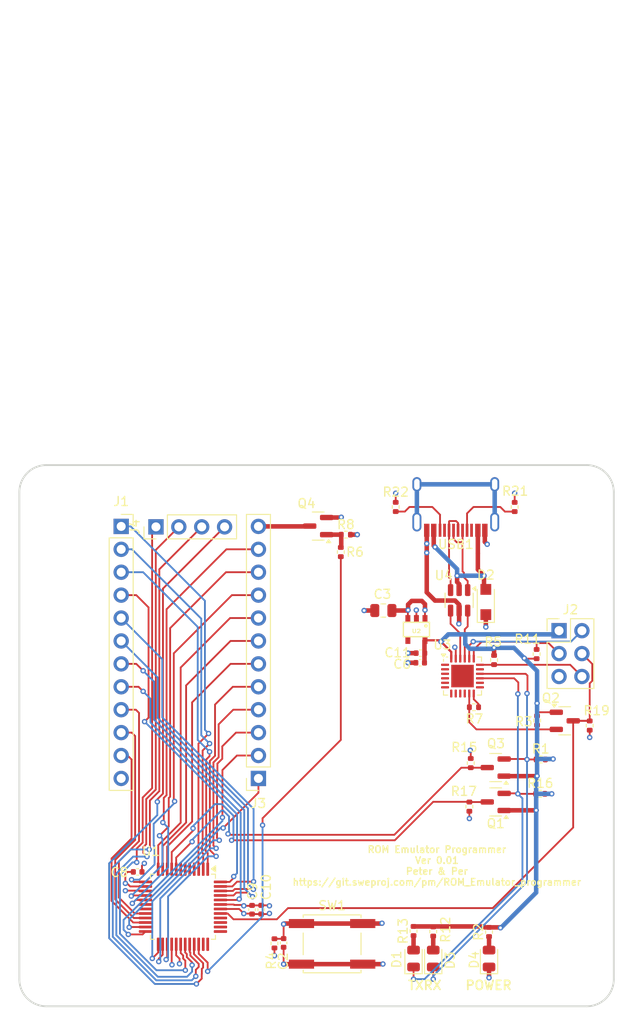
<source format=kicad_pcb>
(kicad_pcb
	(version 20240108)
	(generator "pcbnew")
	(generator_version "8.0")
	(general
		(thickness 1.6)
		(legacy_teardrops no)
	)
	(paper "A4")
	(title_block
		(title "ROM Emulator Programmer")
		(date "2024-10-03")
		(rev "0.01")
		(company "Peter & Per")
	)
	(layers
		(0 "F.Cu" signal)
		(1 "In1.Cu" signal)
		(2 "In2.Cu" signal)
		(31 "B.Cu" signal)
		(32 "B.Adhes" user "B.Adhesive")
		(33 "F.Adhes" user "F.Adhesive")
		(34 "B.Paste" user)
		(35 "F.Paste" user)
		(36 "B.SilkS" user "B.Silkscreen")
		(37 "F.SilkS" user "F.Silkscreen")
		(38 "B.Mask" user)
		(39 "F.Mask" user)
		(40 "Dwgs.User" user "User.Drawings")
		(41 "Cmts.User" user "User.Comments")
		(42 "Eco1.User" user "User.Eco1")
		(43 "Eco2.User" user "User.Eco2")
		(44 "Edge.Cuts" user)
		(45 "Margin" user)
		(46 "B.CrtYd" user "B.Courtyard")
		(47 "F.CrtYd" user "F.Courtyard")
		(48 "B.Fab" user)
		(49 "F.Fab" user)
		(50 "User.1" user)
		(51 "User.2" user)
		(52 "User.3" user)
		(53 "User.4" user)
		(54 "User.5" user)
		(55 "User.6" user)
		(56 "User.7" user)
		(57 "User.8" user)
		(58 "User.9" user)
	)
	(setup
		(stackup
			(layer "F.SilkS"
				(type "Top Silk Screen")
			)
			(layer "F.Paste"
				(type "Top Solder Paste")
			)
			(layer "F.Mask"
				(type "Top Solder Mask")
				(thickness 0.01)
			)
			(layer "F.Cu"
				(type "copper")
				(thickness 0.035)
			)
			(layer "dielectric 1"
				(type "prepreg")
				(thickness 0.1)
				(material "FR4")
				(epsilon_r 4.5)
				(loss_tangent 0.02)
			)
			(layer "In1.Cu"
				(type "copper")
				(thickness 0.035)
			)
			(layer "dielectric 2"
				(type "core")
				(thickness 1.24)
				(material "FR4")
				(epsilon_r 4.5)
				(loss_tangent 0.02)
			)
			(layer "In2.Cu"
				(type "copper")
				(thickness 0.035)
			)
			(layer "dielectric 3"
				(type "prepreg")
				(thickness 0.1)
				(material "FR4")
				(epsilon_r 4.5)
				(loss_tangent 0.02)
			)
			(layer "B.Cu"
				(type "copper")
				(thickness 0.035)
			)
			(layer "B.Mask"
				(type "Bottom Solder Mask")
				(thickness 0.01)
			)
			(layer "B.Paste"
				(type "Bottom Solder Paste")
			)
			(layer "B.SilkS"
				(type "Bottom Silk Screen")
			)
			(copper_finish "None")
			(dielectric_constraints no)
		)
		(pad_to_mask_clearance 0)
		(allow_soldermask_bridges_in_footprints no)
		(pcbplotparams
			(layerselection 0x00010fc_ffffffff)
			(plot_on_all_layers_selection 0x0000000_00000000)
			(disableapertmacros no)
			(usegerberextensions no)
			(usegerberattributes yes)
			(usegerberadvancedattributes yes)
			(creategerberjobfile yes)
			(dashed_line_dash_ratio 12.000000)
			(dashed_line_gap_ratio 3.000000)
			(svgprecision 4)
			(plotframeref no)
			(viasonmask no)
			(mode 1)
			(useauxorigin no)
			(hpglpennumber 1)
			(hpglpenspeed 20)
			(hpglpendiameter 15.000000)
			(pdf_front_fp_property_popups yes)
			(pdf_back_fp_property_popups yes)
			(dxfpolygonmode yes)
			(dxfimperialunits yes)
			(dxfusepcbnewfont yes)
			(psnegative no)
			(psa4output no)
			(plotreference yes)
			(plotvalue yes)
			(plotfptext yes)
			(plotinvisibletext no)
			(sketchpadsonfab no)
			(subtractmaskfromsilk no)
			(outputformat 1)
			(mirror no)
			(drillshape 1)
			(scaleselection 1)
			(outputdirectory "")
		)
	)
	(net 0 "")
	(net 1 "GND")
	(net 2 "/RESETN")
	(net 3 "+5V")
	(net 4 "+3V3")
	(net 5 "/RX0")
	(net 6 "/TX0")
	(net 7 "/TX_D11")
	(net 8 "/RX_D11")
	(net 9 "/UPDI")
	(net 10 "/TX_UPDI")
	(net 11 "/D1")
	(net 12 "/RX_UPDI")
	(net 13 "/A8")
	(net 14 "/A0")
	(net 15 "/D0")
	(net 16 "/A6")
	(net 17 "unconnected-(U1-RST{slash}PF06-Pad40)")
	(net 18 "/D3")
	(net 19 "/A1")
	(net 20 "/A5")
	(net 21 "/A11")
	(net 22 "/A3")
	(net 23 "unconnected-(U1-PC06-Pad18)")
	(net 24 "/A10")
	(net 25 "/A7")
	(net 26 "/A9")
	(net 27 "unconnected-(U1-PC07-Pad19)")
	(net 28 "/D4")
	(net 29 "unconnected-(U1-PF05-Pad39)")
	(net 30 "/D2")
	(net 31 "/A2")
	(net 32 "Net-(J2-Pin_6)")
	(net 33 "Net-(J2-Pin_2)")
	(net 34 "Net-(J2-Pin_3)")
	(net 35 "unconnected-(U3A-PA16-Pad13)")
	(net 36 "/D6")
	(net 37 "unconnected-(U3A-PA04-Pad3)")
	(net 38 "unconnected-(U3A-PA07-Pad6)")
	(net 39 "unconnected-(U3A-PA05-Pad4)")
	(net 40 "unconnected-(U3A-PA10-Pad9)")
	(net 41 "/USB_N")
	(net 42 "unconnected-(U3A-PA17-Pad14)")
	(net 43 "unconnected-(U3A-PA09{slash}XOUT32-Pad8)")
	(net 44 "unconnected-(U3A-PA08{slash}XIN32-Pad7)")
	(net 45 "unconnected-(U3A-PA27-Pad17)")
	(net 46 "unconnected-(U3A-PA06-Pad5)")
	(net 47 "unconnected-(U3A-PA02-Pad1)")
	(net 48 "unconnected-(U3A-PA11-Pad10)")
	(net 49 "unconnected-(U3A-PA03-Pad2)")
	(net 50 "Net-(USB1-CC1)")
	(net 51 "Net-(USB1-CC2)")
	(net 52 "/VUSB")
	(net 53 "Net-(USB1-DP1)")
	(net 54 "Net-(USB1-DN1)")
	(net 55 "unconnected-(USB1-SBU2-Pad3)")
	(net 56 "unconnected-(USB1-SHIELD-Pad13)")
	(net 57 "unconnected-(USB1-SBU1-Pad9)")
	(net 58 "/A12")
	(net 59 "/A13")
	(net 60 "/D5")
	(net 61 "/D7")
	(net 62 "/A-1")
	(net 63 "/~{OE}")
	(net 64 "unconnected-(U1-PF01-Pad35)")
	(net 65 "unconnected-(U1-PF04-Pad38)")
	(net 66 "/~{BYTE}")
	(net 67 "/~{WE}")
	(net 68 "unconnected-(U1-PF03-Pad37)")
	(net 69 "unconnected-(U1-PF02-Pad36)")
	(net 70 "Net-(D1-A)")
	(net 71 "Net-(D3-A)")
	(net 72 "Net-(D4-A)")
	(net 73 "/USB_P")
	(net 74 "/A4")
	(net 75 "Net-(Q4-G)")
	(net 76 "/~{VCC_EN}")
	(net 77 "/VCC_EN")
	(net 78 "unconnected-(USB1-SHIELD-Pad13)_1")
	(net 79 "unconnected-(USB1-SHIELD-Pad13)_2")
	(net 80 "unconnected-(USB1-SHIELD-Pad13)_3")
	(net 81 "unconnected-(U1-PB03-Pad7)")
	(net 82 "unconnected-(U1-PB00-Pad4)")
	(net 83 "unconnected-(U1-PB01-Pad5)")
	(net 84 "unconnected-(U1-PB02-Pad6)")
	(footprint "Connector_PinSocket_2.54mm:PinSocket_1x12_P2.54mm_Vertical" (layer "F.Cu") (at 50.546 62.738 180))
	(footprint "Resistor_SMD:R_0402_1005Metric" (layer "F.Cu") (at 74.1172 61.0392 90))
	(footprint "Resistor_SMD:R_0402_1005Metric" (layer "F.Cu") (at 73.9648 65.8652 -90))
	(footprint "MountingHole:MountingHole_3mm" (layer "F.Cu") (at 87 31))
	(footprint "Connector_PinSocket_2.54mm:PinSocket_1x12_P2.54mm_Vertical" (layer "F.Cu") (at 35.306 34.798))
	(footprint "Diode_SMD:Nexperia_CFP3_SOD-123W" (layer "F.Cu") (at 75.7936 43.182 90))
	(footprint "Package_TO_SOT_SMD:SOT-23" (layer "F.Cu") (at 76.8881 61.534 180))
	(footprint "Package_TO_SOT_SMD:SOT-23" (layer "F.Cu") (at 57.1777 34.7624 180))
	(footprint "MountingHole:MountingHole_3mm" (layer "F.Cu") (at 27 85))
	(footprint "Resistor_SMD:R_0402_1005Metric" (layer "F.Cu") (at 52.324 81.024 -90))
	(footprint "ROM_Emulator_programmer:SW_Push_1P1T_NO_CK_K2-1102SP-C4SC-04" (layer "F.Cu") (at 58.7248 81.0768 180))
	(footprint "Resistor_SMD:R_0402_1005Metric" (layer "F.Cu") (at 65.786 32.642 -90))
	(footprint "Resistor_SMD:R_0402_1005Metric" (layer "F.Cu") (at 76.1492 79.76 90))
	(footprint "Resistor_SMD:R_0402_1005Metric" (layer "F.Cu") (at 81.8388 64.4448))
	(footprint "Package_TO_SOT_SMD:SOT-23" (layer "F.Cu") (at 76.8881 65.344 180))
	(footprint "Resistor_SMD:R_0402_1005Metric" (layer "F.Cu") (at 87.3252 56.8776 -90))
	(footprint "Capacitor_SMD:C_0402_1005Metric" (layer "F.Cu") (at 68.5012 49.916))
	(footprint "Connector_PinHeader_2.54mm:PinHeader_2x03_P2.54mm_Vertical" (layer "F.Cu") (at 83.9216 46.36))
	(footprint "Capacitor_SMD:C_0402_1005Metric" (layer "F.Cu") (at 49.8348 77.2948 -90))
	(footprint "Resistor_SMD:R_0402_1005Metric" (layer "F.Cu") (at 81.8896 60.6348))
	(footprint "LED_SMD:LED_0805_2012Metric" (layer "F.Cu") (at 76.1492 82.7044 90))
	(footprint "Resistor_SMD:R_0402_1005Metric" (layer "F.Cu") (at 74.4748 54.8436))
	(footprint "Package_TO_SOT_SMD:SOT-23" (layer "F.Cu") (at 84.5543 56.3524))
	(footprint "Package_DFN_QFN:HVQFN-24-1EP_4x4mm_P0.5mm_EP2.5x2.5mm" (layer "F.Cu") (at 73.2028 51.3892))
	(footprint "Package_TO_SOT_SMD:SOT-23-6" (layer "F.Cu") (at 72.828 42.9945 -90))
	(footprint "ROM_Emulator_programmer:HRO-TYPE-C-31-M-12" (layer "F.Cu") (at 72.458 27.532 180))
	(footprint "Resistor_SMD:R_0402_1005Metric" (layer "F.Cu") (at 81.4832 56.3168 90))
	(footprint "LED_SMD:LED_0805_2012Metric" (layer "F.Cu") (at 69.9516 82.7044 90))
	(footprint "MountingHole:MountingHole_3mm" (layer "F.Cu") (at 27 31))
	(footprint "Connector_PinHeader_2.54mm:PinHeader_1x04_P2.54mm_Vertical" (layer "F.Cu") (at 39.1668 34.8488 90))
	(footprint "Package_QFP:TQFP-48_7x7mm_P0.5mm" (layer "F.Cu") (at 42.164 76.962 -90))
	(footprint "MountingHole:MountingHole_3mm" (layer "F.Cu") (at 87 85))
	(footprint "Capacitor_SMD:C_0402_1005Metric" (layer "F.Cu") (at 50.8508 77.2896 -90))
	(footprint "Resistor_SMD:R_0402_1005Metric"
		(layer "F.Cu")
		(uuid "b5be1e89-1263-44c0-bb73-c8144965621c")
		(at 59.69 37.6428 -90)
		(descr "Resistor SMD 0402 (1005 Metric), square (rectangular) end terminal, IPC_7351 nominal, (Body size source: IPC-SM-782 page 72, https://www.pcb-3d.com/wordpress/wp-content/uploads/ipc-sm-782a_amendment_1_and_2.pdf), generated with kicad-footprint-generator")
		(tags "resistor")
		(property "Reference" "R6"
			(at 0 -1.5748 180)
			(layer "F.SilkS")
			(uuid "af498e08-dc94-46ba-9e46-4fb70d89b007")
			(effects
				(font
					(size 1 1)
					(thickness 0.15)
				)
			)
		)
		(property "Value" "1k"
			(at 0 1.17 90)
			(layer "F.Fab")
			(uuid "6acaa6f1-6a84-499c-a184-5cfa3d381570")
			(effects
				(font
					(size 1 1)
					(thickness 0.15)
				)
			)
		)
		(property "Footprint" "Resistor_SMD:R_0402_1005Metric"
			(at 0 0 -90)
			(unlocked yes)
			(layer "F.Fab")
			(hide yes)
			(uuid "bc0cd3bb-5874
... [440442 chars truncated]
</source>
